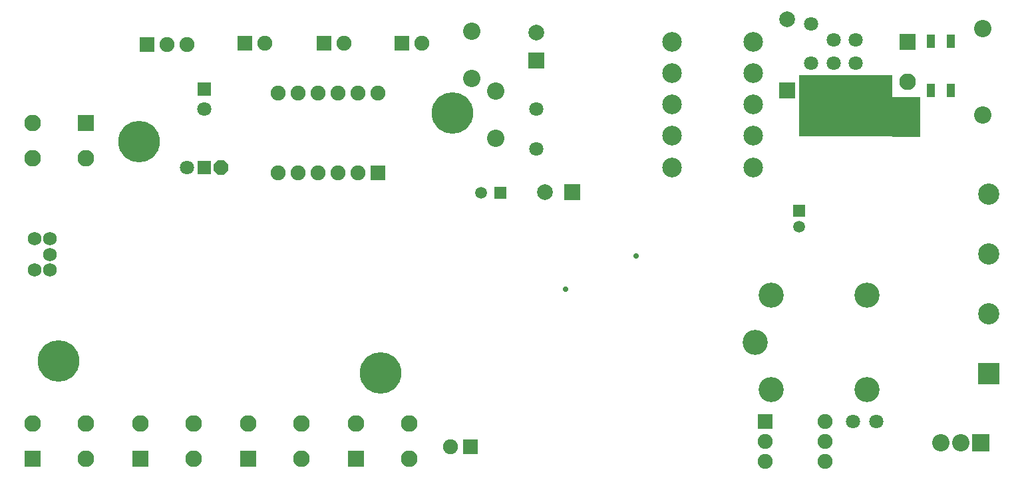
<source format=gbs>
%FSLAX25Y25*%
%MOIN*%
G70*
G01*
G75*
G04 Layer_Color=16711935*
%ADD10R,0.24500X0.23000*%
%ADD11R,0.11000X0.06000*%
%ADD12R,0.05500X0.05000*%
G04:AMPARAMS|DCode=13|XSize=55mil|YSize=50mil|CornerRadius=0mil|HoleSize=0mil|Usage=FLASHONLY|Rotation=180.000|XOffset=0mil|YOffset=0mil|HoleType=Round|Shape=Octagon|*
%AMOCTAGOND13*
4,1,8,-0.02750,0.01250,-0.02750,-0.01250,-0.01500,-0.02500,0.01500,-0.02500,0.02750,-0.01250,0.02750,0.01250,0.01500,0.02500,-0.01500,0.02500,-0.02750,0.01250,0.0*
%
%ADD13OCTAGOND13*%

%ADD14R,0.08465X0.21654*%
%ADD15R,0.05500X0.06200*%
%ADD16R,0.06890X0.17716*%
%ADD17R,0.02606X0.03000*%
%ADD18R,0.05000X0.05500*%
G04:AMPARAMS|DCode=19|XSize=55mil|YSize=50mil|CornerRadius=0mil|HoleSize=0mil|Usage=FLASHONLY|Rotation=90.000|XOffset=0mil|YOffset=0mil|HoleType=Round|Shape=Octagon|*
%AMOCTAGOND19*
4,1,8,0.01250,0.02750,-0.01250,0.02750,-0.02500,0.01500,-0.02500,-0.01500,-0.01250,-0.02750,0.01250,-0.02750,0.02500,-0.01500,0.02500,0.01500,0.01250,0.02750,0.0*
%
%ADD19OCTAGOND19*%

%ADD20R,0.03000X0.02606*%
G04:AMPARAMS|DCode=21|XSize=63.78mil|YSize=53.94mil|CornerRadius=0mil|HoleSize=0mil|Usage=FLASHONLY|Rotation=0.000|XOffset=0mil|YOffset=0mil|HoleType=Round|Shape=Octagon|*
%AMOCTAGOND21*
4,1,8,0.03189,-0.01348,0.03189,0.01348,0.01841,0.02697,-0.01841,0.02697,-0.03189,0.01348,-0.03189,-0.01348,-0.01841,-0.02697,0.01841,-0.02697,0.03189,-0.01348,0.0*
%
%ADD21OCTAGOND21*%

%ADD22R,0.06378X0.05394*%
%ADD23R,0.01772X0.03937*%
%ADD24R,0.05000X0.03500*%
%ADD25O,0.05906X0.01181*%
G04:AMPARAMS|DCode=26|XSize=50mil|YSize=35mil|CornerRadius=0mil|HoleSize=0mil|Usage=FLASHONLY|Rotation=90.000|XOffset=0mil|YOffset=0mil|HoleType=Round|Shape=Octagon|*
%AMOCTAGOND26*
4,1,8,0.00875,0.02500,-0.00875,0.02500,-0.01750,0.01625,-0.01750,-0.01625,-0.00875,-0.02500,0.00875,-0.02500,0.01750,-0.01625,0.01750,0.01625,0.00875,0.02500,0.0*
%
%ADD26OCTAGOND26*%

%ADD27R,0.03500X0.05000*%
%ADD28O,0.08268X0.02362*%
%ADD29R,0.08268X0.02362*%
%ADD30R,0.03937X0.01772*%
%ADD31R,0.08661X0.05512*%
%ADD32O,0.02362X0.08268*%
%ADD33R,0.05394X0.06378*%
G04:AMPARAMS|DCode=34|XSize=63.78mil|YSize=53.94mil|CornerRadius=0mil|HoleSize=0mil|Usage=FLASHONLY|Rotation=270.000|XOffset=0mil|YOffset=0mil|HoleType=Round|Shape=Octagon|*
%AMOCTAGOND34*
4,1,8,-0.01348,-0.03189,0.01348,-0.03189,0.02697,-0.01841,0.02697,0.01841,0.01348,0.03189,-0.01348,0.03189,-0.02697,0.01841,-0.02697,-0.01841,-0.01348,-0.03189,0.0*
%
%ADD34OCTAGOND34*%

%ADD35R,0.06000X0.11000*%
%ADD36R,0.23000X0.24500*%
%ADD37R,0.10000X0.07480*%
G04:AMPARAMS|DCode=38|XSize=100mil|YSize=74.8mil|CornerRadius=0mil|HoleSize=0mil|Usage=FLASHONLY|Rotation=180.000|XOffset=0mil|YOffset=0mil|HoleType=Round|Shape=Octagon|*
%AMOCTAGOND38*
4,1,8,-0.05000,0.01870,-0.05000,-0.01870,-0.03130,-0.03740,0.03130,-0.03740,0.05000,-0.01870,0.05000,0.01870,0.03130,0.03740,-0.03130,0.03740,-0.05000,0.01870,0.0*
%
%ADD38OCTAGOND38*%

%ADD39C,0.03000*%
%ADD40C,0.01500*%
%ADD41C,0.00600*%
%ADD42R,0.28400X0.26800*%
%ADD43R,0.05600X0.14500*%
%ADD44R,0.06100X0.13000*%
%ADD45R,0.24800X0.08400*%
%ADD46R,0.09200X0.98600*%
%ADD47R,0.23200X0.12400*%
%ADD48R,0.07000X0.06000*%
%ADD49R,0.09000X0.01500*%
%ADD50R,0.29000X0.08500*%
%ADD51R,0.06500X0.36000*%
%ADD52R,0.56000X0.11500*%
%ADD53R,0.06000X0.16000*%
%ADD54R,0.09500X0.26900*%
%ADD55R,1.04500X0.12000*%
%ADD56R,0.06000X0.44500*%
%ADD57R,0.27000X0.07000*%
%ADD58R,0.10000X0.15500*%
%ADD59R,0.08000X0.38000*%
%ADD60R,0.19600X0.03800*%
%ADD61R,0.05500X0.15000*%
%ADD62R,0.10000X0.14000*%
%ADD63R,0.09000X0.38500*%
%ADD64R,0.14000X0.05500*%
%ADD65R,0.05500X0.09100*%
%ADD66R,0.05500X0.02700*%
%ADD67R,0.22800X0.08500*%
%ADD68R,0.38200X0.07200*%
%ADD69R,0.07300X0.15800*%
%ADD70R,0.05900X0.05000*%
%ADD71C,0.07087*%
%ADD72R,0.07087X0.07087*%
%ADD73C,0.07874*%
%ADD74C,0.09843*%
%ADD75R,0.09843X0.09843*%
%ADD76R,0.07087X0.07087*%
%ADD77C,0.20000*%
%ADD78C,0.06299*%
%ADD79R,0.06299X0.06299*%
G04:AMPARAMS|DCode=80|XSize=62.99mil|YSize=62.99mil|CornerRadius=0mil|HoleSize=0mil|Usage=FLASHONLY|Rotation=180.000|XOffset=0mil|YOffset=0mil|HoleType=Round|Shape=Octagon|*
%AMOCTAGOND80*
4,1,8,-0.03150,0.01575,-0.03150,-0.01575,-0.01575,-0.03150,0.01575,-0.03150,0.03150,-0.01575,0.03150,0.01575,0.01575,0.03150,-0.01575,0.03150,-0.03150,0.01575,0.0*
%
%ADD80OCTAGOND80*%

%ADD81R,0.06299X0.06299*%
%ADD82R,0.06693X0.06693*%
%ADD83C,0.06693*%
%ADD84C,0.11811*%
%ADD85R,0.06693X0.06693*%
%ADD86R,0.07874X0.07874*%
%ADD87C,0.07480*%
%ADD88R,0.07480X0.07480*%
%ADD89C,0.05118*%
%ADD90R,0.05118X0.05118*%
%ADD91C,0.09055*%
%ADD92R,0.05118X0.05118*%
%ADD93C,0.02362*%
%ADD94C,0.01969*%
%ADD95C,0.03150*%
%ADD96C,0.06000*%
%ADD97R,0.03347X0.06299*%
%ADD98R,0.07200X0.15300*%
%ADD99R,0.29700X0.03000*%
%ADD100R,0.10400X0.54200*%
%ADD101R,0.08700X0.08300*%
%ADD102R,0.09700X0.43800*%
%ADD103R,0.10000X0.12500*%
%ADD104R,0.04000X0.38900*%
%ADD105R,0.22000X0.04000*%
%ADD106R,0.04000X0.08500*%
%ADD107R,0.08000X0.32000*%
%ADD108R,0.04000X0.16500*%
%ADD109R,0.27500X0.04500*%
%ADD110R,0.08000X0.15000*%
%ADD111R,0.95500X0.08000*%
%ADD112R,0.59100X0.30700*%
%ADD113R,0.14100X0.20000*%
%ADD114R,0.08400X0.08600*%
%ADD115R,0.12200X0.15000*%
%ADD116R,0.06700X0.11100*%
%ADD117C,0.00787*%
%ADD118C,0.01984*%
%ADD119C,0.01969*%
%ADD120C,0.01000*%
%ADD121C,0.00984*%
%ADD122C,0.00800*%
%ADD123C,0.02900*%
%ADD124C,0.00591*%
%ADD125C,0.00472*%
%ADD126R,0.06299X0.02165*%
%ADD127R,0.02165X0.06299*%
%ADD128R,0.11000X0.03000*%
%ADD129R,0.09449X0.02165*%
%ADD130R,0.09449X0.00847*%
%ADD131R,0.25300X0.23800*%
%ADD132R,0.11800X0.06800*%
%ADD133R,0.06300X0.05800*%
G04:AMPARAMS|DCode=134|XSize=63mil|YSize=58mil|CornerRadius=0mil|HoleSize=0mil|Usage=FLASHONLY|Rotation=180.000|XOffset=0mil|YOffset=0mil|HoleType=Round|Shape=Octagon|*
%AMOCTAGOND134*
4,1,8,-0.03150,0.01450,-0.03150,-0.01450,-0.01700,-0.02900,0.01700,-0.02900,0.03150,-0.01450,0.03150,0.01450,0.01700,0.02900,-0.01700,0.02900,-0.03150,0.01450,0.0*
%
%ADD134OCTAGOND134*%

%ADD135R,0.09265X0.22453*%
%ADD136R,0.06300X0.07000*%
%ADD137R,0.07690X0.18517*%
%ADD138R,0.03406X0.03800*%
%ADD139R,0.05800X0.06300*%
G04:AMPARAMS|DCode=140|XSize=63mil|YSize=58mil|CornerRadius=0mil|HoleSize=0mil|Usage=FLASHONLY|Rotation=90.000|XOffset=0mil|YOffset=0mil|HoleType=Round|Shape=Octagon|*
%AMOCTAGOND140*
4,1,8,0.01450,0.03150,-0.01450,0.03150,-0.02900,0.01700,-0.02900,-0.01700,-0.01450,-0.03150,0.01450,-0.03150,0.02900,-0.01700,0.02900,0.01700,0.01450,0.03150,0.0*
%
%ADD140OCTAGOND140*%

%ADD141R,0.03800X0.03406*%
G04:AMPARAMS|DCode=142|XSize=71.78mil|YSize=61.94mil|CornerRadius=0mil|HoleSize=0mil|Usage=FLASHONLY|Rotation=0.000|XOffset=0mil|YOffset=0mil|HoleType=Round|Shape=Octagon|*
%AMOCTAGOND142*
4,1,8,0.03589,-0.01548,0.03589,0.01548,0.02041,0.03097,-0.02041,0.03097,-0.03589,0.01548,-0.03589,-0.01548,-0.02041,-0.03097,0.02041,-0.03097,0.03589,-0.01548,0.0*
%
%ADD142OCTAGOND142*%

%ADD143R,0.07178X0.06194*%
%ADD144R,0.02572X0.04737*%
%ADD145R,0.05800X0.04300*%
%ADD146O,0.06706X0.01981*%
G04:AMPARAMS|DCode=147|XSize=58mil|YSize=43mil|CornerRadius=0mil|HoleSize=0mil|Usage=FLASHONLY|Rotation=90.000|XOffset=0mil|YOffset=0mil|HoleType=Round|Shape=Octagon|*
%AMOCTAGOND147*
4,1,8,0.01075,0.02900,-0.01075,0.02900,-0.02150,0.01825,-0.02150,-0.01825,-0.01075,-0.02900,0.01075,-0.02900,0.02150,-0.01825,0.02150,0.01825,0.01075,0.02900,0.0*
%
%ADD147OCTAGOND147*%

%ADD148R,0.04300X0.05800*%
%ADD149O,0.09068X0.03162*%
%ADD150R,0.09068X0.03162*%
%ADD151R,0.04737X0.02572*%
%ADD152R,0.09461X0.06312*%
%ADD153O,0.03162X0.09068*%
%ADD154R,0.06194X0.07178*%
G04:AMPARAMS|DCode=155|XSize=71.78mil|YSize=61.94mil|CornerRadius=0mil|HoleSize=0mil|Usage=FLASHONLY|Rotation=270.000|XOffset=0mil|YOffset=0mil|HoleType=Round|Shape=Octagon|*
%AMOCTAGOND155*
4,1,8,-0.01548,-0.03589,0.01548,-0.03589,0.03097,-0.02041,0.03097,0.02041,0.01548,0.03589,-0.01548,0.03589,-0.03097,0.02041,-0.03097,-0.02041,-0.01548,-0.03589,0.0*
%
%ADD155OCTAGOND155*%

%ADD156R,0.06800X0.11800*%
%ADD157R,0.23800X0.25300*%
%ADD158R,0.10800X0.08280*%
G04:AMPARAMS|DCode=159|XSize=108mil|YSize=82.8mil|CornerRadius=0mil|HoleSize=0mil|Usage=FLASHONLY|Rotation=180.000|XOffset=0mil|YOffset=0mil|HoleType=Round|Shape=Octagon|*
%AMOCTAGOND159*
4,1,8,-0.05400,0.02070,-0.05400,-0.02070,-0.03330,-0.04140,0.03330,-0.04140,0.05400,-0.02070,0.05400,0.02070,0.03330,0.04140,-0.03330,0.04140,-0.05400,0.02070,0.0*
%
%ADD159OCTAGOND159*%

%ADD160C,0.07887*%
%ADD161R,0.07887X0.07887*%
%ADD162C,0.08674*%
%ADD163C,0.10642*%
%ADD164R,0.10642X0.10642*%
%ADD165R,0.07887X0.07887*%
%ADD166C,0.20800*%
%ADD167C,0.07099*%
%ADD168R,0.07099X0.07099*%
G04:AMPARAMS|DCode=169|XSize=70.99mil|YSize=70.99mil|CornerRadius=0mil|HoleSize=0mil|Usage=FLASHONLY|Rotation=180.000|XOffset=0mil|YOffset=0mil|HoleType=Round|Shape=Octagon|*
%AMOCTAGOND169*
4,1,8,-0.03550,0.01775,-0.03550,-0.01775,-0.01775,-0.03550,0.01775,-0.03550,0.03550,-0.01775,0.03550,0.01775,0.01775,0.03550,-0.01775,0.03550,-0.03550,0.01775,0.0*
%
%ADD169OCTAGOND169*%

%ADD170R,0.07099X0.07099*%
%ADD171R,0.07493X0.07493*%
%ADD172C,0.07493*%
%ADD173C,0.12611*%
%ADD174R,0.07493X0.07493*%
%ADD175R,0.08674X0.08674*%
%ADD176C,0.08280*%
%ADD177R,0.08280X0.08280*%
%ADD178C,0.05918*%
%ADD179R,0.05918X0.05918*%
%ADD180C,0.09855*%
%ADD181R,0.05918X0.05918*%
%ADD182C,0.02769*%
%ADD183C,0.03162*%
%ADD184R,0.46600X0.30700*%
%ADD185C,0.06800*%
%ADD186R,0.04147X0.07099*%
D113*
X450750Y180900D02*
D03*
D160*
X265500Y222990D02*
D03*
X269710Y143000D02*
D03*
X391100Y229813D02*
D03*
D161*
X265500Y209210D02*
D03*
X391100Y193987D02*
D03*
D162*
X245100Y193811D02*
D03*
X245100Y170189D02*
D03*
X489057Y224962D02*
D03*
Y181655D02*
D03*
X478000Y17500D02*
D03*
X468000D02*
D03*
X233000Y223711D02*
D03*
Y200089D02*
D03*
D163*
X492270Y142200D02*
D03*
Y112200D02*
D03*
Y82200D02*
D03*
D164*
Y52200D02*
D03*
D165*
X283490Y143000D02*
D03*
D166*
X223557Y182808D02*
D03*
X66557Y168308D02*
D03*
X26057Y58308D02*
D03*
X187557Y52308D02*
D03*
D167*
X90557Y155308D02*
D03*
X99057Y184808D02*
D03*
X265600Y184700D02*
D03*
Y164700D02*
D03*
X424094Y28220D02*
D03*
X435906D02*
D03*
X425500Y219406D02*
D03*
Y207594D02*
D03*
X414400Y219406D02*
D03*
Y207594D02*
D03*
X403200Y227343D02*
D03*
Y207658D02*
D03*
D168*
X99057Y155308D02*
D03*
D169*
X107557D02*
D03*
D170*
X99057Y194808D02*
D03*
D171*
X380000Y28220D02*
D03*
X186057Y152808D02*
D03*
D172*
X380000Y18221D02*
D03*
Y8220D02*
D03*
X410000D02*
D03*
Y18221D02*
D03*
Y28220D02*
D03*
X129557Y217808D02*
D03*
X90500Y217220D02*
D03*
X80500D02*
D03*
X208057Y217808D02*
D03*
X169057D02*
D03*
X186057Y192808D02*
D03*
X176057D02*
D03*
X166057D02*
D03*
X156057D02*
D03*
X146057D02*
D03*
X136057D02*
D03*
X146057Y152808D02*
D03*
X156057D02*
D03*
X166057D02*
D03*
X176057D02*
D03*
X136057D02*
D03*
X222500Y15500D02*
D03*
D173*
X431089Y44064D02*
D03*
Y91308D02*
D03*
X383057Y44064D02*
D03*
Y91308D02*
D03*
X375183Y67686D02*
D03*
D174*
X119557Y217808D02*
D03*
X70500Y217220D02*
D03*
X198057Y217808D02*
D03*
X159057D02*
D03*
X232500Y15500D02*
D03*
D175*
X488000Y17500D02*
D03*
D176*
X451500Y198500D02*
D03*
X39943Y9450D02*
D03*
Y27166D02*
D03*
X13171D02*
D03*
X93943Y9450D02*
D03*
Y27166D02*
D03*
X67172D02*
D03*
X147943Y9450D02*
D03*
Y27166D02*
D03*
X121171D02*
D03*
X201943Y9450D02*
D03*
Y27166D02*
D03*
X175171D02*
D03*
X13171Y177666D02*
D03*
Y159950D02*
D03*
X39943D02*
D03*
D177*
X451500Y218500D02*
D03*
X13171Y9450D02*
D03*
X67172D02*
D03*
X121171D02*
D03*
X175171D02*
D03*
X39943Y177666D02*
D03*
D178*
X397300Y125763D02*
D03*
X237679Y142700D02*
D03*
D179*
X397300Y133637D02*
D03*
D180*
X333449Y171250D02*
D03*
Y187000D02*
D03*
Y202750D02*
D03*
X374000Y186996D02*
D03*
X333449Y155500D02*
D03*
Y218500D02*
D03*
X374000D02*
D03*
Y202744D02*
D03*
Y171248D02*
D03*
Y155500D02*
D03*
D181*
X247521Y142700D02*
D03*
D182*
X315600Y111000D02*
D03*
X280300Y94400D02*
D03*
D183*
X406100Y183767D02*
D03*
Y180700D02*
D03*
Y186833D02*
D03*
Y189900D02*
D03*
X409533Y183767D02*
D03*
Y180700D02*
D03*
Y186833D02*
D03*
Y189900D02*
D03*
X412967Y183767D02*
D03*
Y180700D02*
D03*
Y186833D02*
D03*
Y189900D02*
D03*
X416400Y183767D02*
D03*
Y180700D02*
D03*
Y186833D02*
D03*
Y189900D02*
D03*
D184*
X420500Y186250D02*
D03*
D185*
X21868Y119682D02*
D03*
Y111808D02*
D03*
Y103934D02*
D03*
X13994D02*
D03*
Y119682D02*
D03*
D186*
X463000Y194189D02*
D03*
X473000D02*
D03*
Y218811D02*
D03*
X463000D02*
D03*
M02*

</source>
